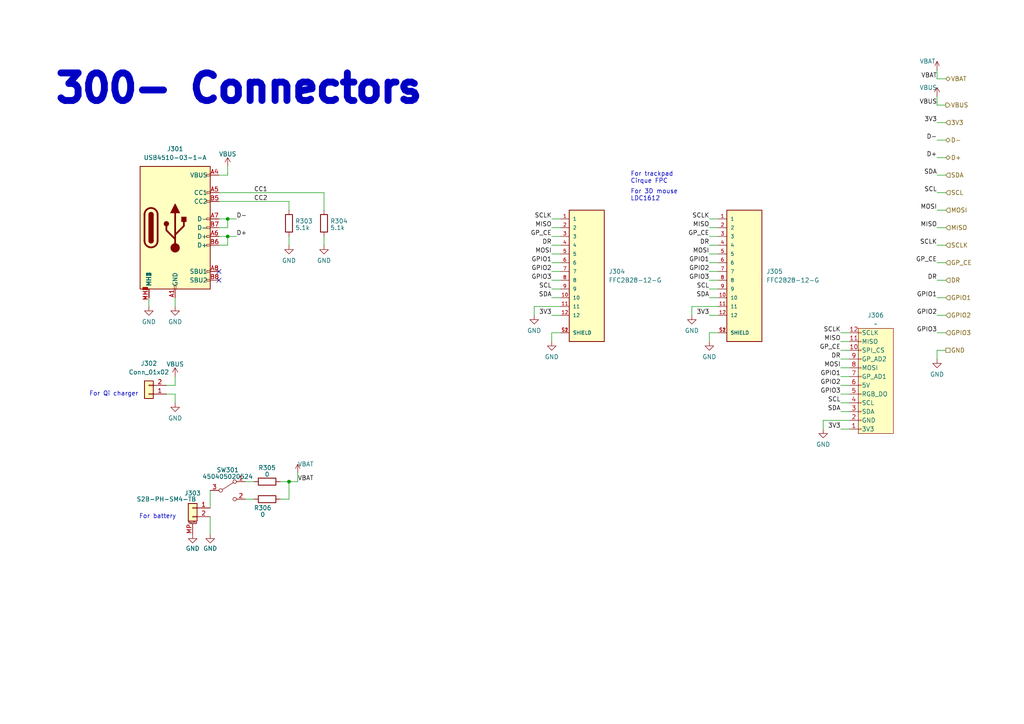
<source format=kicad_sch>
(kicad_sch (version 20231120) (generator "eeschema") (generator_version "8.0")
  (paper "A4")
  (title_block (title "PMK_Keyboard") (date "2024-02-11") (rev "HW01") (company "PumaCorp") (comment 1 "Design by: NdG"))
  (lib_symbols
    (symbol "Component lib:R" (pin_numbers hide) (pin_names (offset 0))
      (property "Reference" "R" (at 2.032 -3.81 90))
      (property "Value" "R" (at 0 -3.81 90))
      (symbol "R_0_1"
        (rectangle (start -1.016 -6.35) (end 1.016 -1.27) (stroke (width 0.254)))
      )
      (symbol "R_1_1"
        (pin passive line (at 0 0 270) (length 1.27) (name "~") (number "1"))
        (pin passive line (at 0 -7.62 90) (length 1.27) (name "~") (number "2"))
      )
    )
    (symbol "Component_lib:450405020524" (pin_names (offset 0) hide)
      (property "Reference" "SW" (at 0 4.318 0))
      (property "Value" "450405020524" (at 0 -5.08 0))
      (symbol "450405020524_0_0"
        (circle (center -2.032 0) (radius 0.508))
        (circle (center 2.032 -2.54) (radius 0.508))
      )
      (symbol "450405020524_0_1"
        (polyline (pts (xy -1.524 0.254) (xy 1.651 2.286)))
        (circle (center 2.032 2.54) (radius 0.508))
      )
      (symbol "450405020524_1_1"
        (pin passive line (at 5.08 2.54 180) (length 2.54) (name "A") (number "1"))
        (pin passive line (at 5.08 -2.54 180) (length 2.54) (name "C") (number "2"))
        (pin passive line (at -5.08 0 0) (length 2.54) (name "B") (number "3"))
      )
    )
    (symbol "Component_lib:FFC2B28-12-G" (pin_names (offset 1.016))
      (property "Reference" "J" (at -5.08 18.542 0))
      (property "Value" "FFC2B28-12-G" (at -5.08 -22.86 0))
      (symbol "FFC2B28-12-G_0_0"
        (rectangle (start -5.08 -20.32) (end 5.08 17.78) (stroke (width 0.254)) (fill (type background)))
      )
      (symbol "FFC2B28-12-G_1_0"
        (pin passive line (at -7.62 15.24 0) (length 2.54) (name "1") (number "1"))
        (pin passive line (at -7.62 -7.62 0) (length 2.54) (name "10") (number "10"))
        (pin passive line (at -7.62 -10.16 0) (length 2.54) (name "11") (number "11"))
        (pin passive line (at -7.62 -12.7 0) (length 2.54) (name "12") (number "12"))
        (pin passive line (at -7.62 12.7 0) (length 2.54) (name "2") (number "2"))
        (pin passive line (at -7.62 10.16 0) (length 2.54) (name "3") (number "3"))
        (pin passive line (at -7.62 7.62 0) (length 2.54) (name "4") (number "4"))
        (pin passive line (at -7.62 5.08 0) (length 2.54) (name "5") (number "5"))
        (pin passive line (at -7.62 2.54 0) (length 2.54) (name "6") (number "6"))
        (pin passive line (at -7.62 0 0) (length 2.54) (name "7") (number "7"))
        (pin passive line (at -7.62 -2.54 0) (length 2.54) (name "8") (number "8"))
        (pin passive line (at -7.62 -5.08 0) (length 2.54) (name "9") (number "9"))
        (pin passive line (at -7.62 -17.78 0) (length 2.54) (name "SHIELD") (number "S1"))
        (pin passive line (at -7.62 -17.78 0) (length 2.54) (name "SHIELD") (number "S2"))
      )
    )
    (symbol "Component_lib:S2B-PH-SM4-TB" (pin_names (offset 1.016) hide)
      (property "Reference" "J" (at 0 2.54 0))
      (property "Value" "S2B-PH-SM4-TB" (at 1.27 -2.54 0))
      (symbol "S2B-PH-SM4-TB_1_1"
        (polyline (pts (xy 4.064 -4.572) (xy 6.096 -4.572)) (stroke (width 0.1524)))
        (rectangle (start 3.81 -2.413) (end 5.08 -2.667) (stroke (width 0.1524)))
        (rectangle (start 3.81 0.127) (end 5.08 -0.127) (stroke (width 0.1524)))
        (rectangle (start 3.81 1.27) (end 6.35 -3.81) (stroke (width 0.254)) (fill (type background)))
        (text "Mounting" (at 5.08 -4.191 0) (effects (font (size 0.381 0.381))))
        (pin passive line (at 0 0 0) (length 3.81) (name "Pin_1") (number "1"))
        (pin passive line (at 0 -2.54 0) (length 3.81) (name "Pin_2") (number "2"))
        (pin passive line (at 5.08 -7.62 90) (length 3.048) (name "MountPin") (number "MP"))
      )
    )
    (symbol "Component_lib:USB4510-03-1-A" (pin_names (offset 0.762))
      (property "Reference" "J" (at 0 5.08 0))
      (property "Value" "USB4510-03-1-A" (at 0 2.54 0))
      (symbol "USB4510-03-1-A_0_0"
        (rectangle (start 9.906 -35.56) (end 10.414 -34.544))
        (rectangle (start 20.32 -32.766) (end 19.304 -33.274))
        (rectangle (start 20.32 -30.226) (end 19.304 -30.734))
        (rectangle (start 20.32 -22.606) (end 19.304 -23.114))
        (rectangle (start 20.32 -20.066) (end 19.304 -20.574))
        (rectangle (start 20.32 -17.526) (end 19.304 -18.034))
        (rectangle (start 20.32 -14.986) (end 19.304 -15.494))
        (rectangle (start 20.32 -9.906) (end 19.304 -10.414))
        (rectangle (start 20.32 -7.366) (end 19.304 -7.874))
        (rectangle (start 20.32 -2.286) (end 19.304 -2.794))
        (pin passive line (at 2.54 -38.1 90) (length 2.54) (name "MH1") (number "MH1"))
        (pin passive line (at 2.54 -38.1 90) (length 2.54) (name "MH2") (number "MH2"))
        (pin passive line (at 2.54 -38.1 90) (length 2.54) (name "MH3") (number "MH3"))
        (pin passive line (at 2.54 -38.1 90) (length 2.54) (name "MH4") (number "MH4"))
      )
      (symbol "USB4510-03-1-A_0_1"
        (polyline (pts (xy 1.27 -21.59) (xy 1.27 -13.97)) (stroke (width 0.508)))
        (polyline (pts (xy 5.08 -13.97) (xy 5.08 -21.59)) (stroke (width 0.508)))
        (polyline (pts (xy 10.16 -23.622) (xy 10.16 -13.462)) (stroke (width 0.508)))
        (polyline (pts (xy 10.16 -21.082) (xy 7.62 -18.542) (xy 7.62 -17.272)) (stroke (width 0.508)))
        (polyline (pts (xy 10.16 -19.812) (xy 12.7 -17.272) (xy 12.7 -16.002)) (stroke (width 0.508)))
        (polyline (pts (xy 8.89 -13.462) (xy 10.16 -10.922) (xy 11.43 -13.462) (xy 8.89 -13.462)) (stroke (width 0.254)) (fill (type outline)))
        (rectangle (start 0 0) (end 20.32 -35.56) (stroke (width 0.254)) (fill (type background)))
        (arc (start 1.27 -21.59) (mid 3.175 -23.4867) (end 5.08 -21.59) (stroke (width 0.508)))
        (arc (start 2.54 -21.59) (mid 3.175 -22.2223) (end 3.81 -21.59) (stroke (width 0.254)))
        (arc (start 2.54 -21.59) (mid 3.175 -22.2223) (end 3.81 -21.59) (stroke (width 0.254)) (fill (type outline)))
        (rectangle (start 2.54 -21.59) (end 3.81 -13.97) (stroke (width 0.254)) (fill (type outline)))
        (arc (start 3.81 -13.97) (mid 3.175 -13.3377) (end 2.54 -13.97) (stroke (width 0.254)))
        (arc (start 3.81 -13.97) (mid 3.175 -13.3377) (end 2.54 -13.97) (stroke (width 0.254)) (fill (type outline)))
        (arc (start 5.08 -13.97) (mid 3.175 -12.0733) (end 1.27 -13.97) (stroke (width 0.508)))
        (circle (center 7.62 -16.637) (radius 0.635) (stroke (width 0.254)) (fill (type outline)))
        (circle (center 10.16 -23.622) (radius 1.27) (fill (type outline)))
        (rectangle (start 12.065 -16.002) (end 13.335 -14.732) (stroke (width 0.254)) (fill (type outline)))
      )
      (symbol "USB4510-03-1-A_1_1"
        (pin passive line (at 10.16 -38.1 90) (length 2.54) (name "GND") (number "A1"))
        (pin passive line (at 10.16 -38.1 90) (length 2.54) hide (name "GND") (number "A12"))
        (pin passive line (at 22.86 -2.54 180) (length 2.54) (name "VBUS") (number "A4"))
        (pin bidirectional line (at 22.86 -7.62 180) (length 2.54) (name "CC1") (number "A5"))
        (pin bidirectional line (at 22.86 -20.32 180) (length 2.54) (name "D+") (number "A6"))
        (pin bidirectional line (at 22.86 -15.24 180) (length 2.54) (name "D-") (number "A7"))
        (pin bidirectional line (at 22.86 -30.48 180) (length 2.54) (name "SBU1") (number "A8"))
        (pin passive line (at 22.86 -2.54 180) (length 2.54) hide (name "VBUS") (number "A9"))
        (pin passive line (at 10.16 -38.1 90) (length 2.54) hide (name "GND") (number "B1"))
        (pin passive line (at 10.16 -38.1 90) (length 2.54) hide (name "GND") (number "B12"))
        (pin passive line (at 22.86 -2.54 180) (length 2.54) hide (name "VBUS") (number "B4"))
        (pin bidirectional line (at 22.86 -10.16 180) (length 2.54) (name "CC2") (number "B5"))
        (pin bidirectional line (at 22.86 -22.86 180) (length 2.54) (name "D+") (number "B6"))
        (pin bidirectional line (at 22.86 -17.78 180) (length 2.54) (name "D-") (number "B7"))
        (pin bidirectional line (at 22.86 -33.02 180) (length 2.54) (name "SBU2") (number "B8"))
        (pin passive line (at 22.86 -2.54 180) (length 2.54) hide (name "VBUS") (number "B9"))
      )
    )
    (symbol "Component_lib:VBAT" (power) (pin_numbers hide) (in_bom no) (on_board no)
      (property "Value" "VBAT" (at 0 3.81 0))
      (symbol "VBAT_0_0"
        (pin passive line (at 0 0 90) (length 2.54) hide (name "") (number ""))
      )
      (symbol "VBAT_0_1"
        (polyline (pts (xy 0 0) (xy 0 2.54) (xy 0.635 1.27) (xy 0 2.54) (xy -0.635 1.27)) (stroke (width 0.1524)))
      )
    )
    (symbol "Connector_Generic:Conn_01x02" (pin_names (offset 1.016) hide)
      (property "Reference" "J" (at 0 2.54 0))
      (property "Value" "Conn_01x02" (at 0 -5.08 0))
      (symbol "Conn_01x02_1_1"
        (rectangle (start -1.27 -2.413) (end 0 -2.667) (stroke (width 0.1524)))
        (rectangle (start -1.27 0.127) (end 0 -0.127) (stroke (width 0.1524)))
        (rectangle (start -1.27 1.27) (end 1.27 -3.81) (stroke (width 0.254)) (fill (type background)))
        (pin passive line (at -5.08 0 0) (length 3.81) (name "Pin_1") (number "1"))
        (pin passive line (at -5.08 -2.54 0) (length 3.81) (name "Pin_2") (number "2"))
      )
    )
    (symbol "GND_1" (power) (pin_names (offset 0))
      (property "Value" "GND_1" (at 0 -3.81 0))
      (symbol "GND_1_0_1"
        (polyline (pts (xy 0 0) (xy 0 -1.27) (xy 1.27 -1.27) (xy 0 -2.54) (xy -1.27 -1.27) (xy 0 -1.27)))
      )
      (symbol "GND_1_1_1"
        (pin power_in line (at 0 0 270) (length 0) hide (name "GND") (number "1"))
      )
    )
    (symbol "power:GND" (power) (pin_names (offset 0))
      (property "Value" "GND" (at 0 -3.81 0))
      (symbol "GND_0_1"
        (polyline (pts (xy 0 0) (xy 0 -1.27) (xy 1.27 -1.27) (xy 0 -2.54) (xy -1.27 -1.27) (xy 0 -1.27)))
      )
      (symbol "GND_1_1"
        (pin power_in line (at 0 0 270) (length 0) hide (name "GND") (number "1"))
      )
    )
    (symbol "power:VBUS" (power) (pin_names (offset 0))
      (property "Value" "VBUS" (at 0 3.81 0))
      (symbol "VBUS_0_1"
        (polyline (pts (xy -0.762 1.27) (xy 0 2.54)))
        (polyline (pts (xy 0 0) (xy 0 2.54)))
        (polyline (pts (xy 0 2.54) (xy 0.762 1.27)))
      )
      (symbol "VBUS_1_1"
        (pin power_in line (at 0 0 90) (length 0) hide (name "VBUS") (number "1"))
      )
    )
    (symbol "vik:vik-keyboard-connector" (pin_names (offset 1))
      (property "Reference" "J" (at 0 15.875 0))
      (symbol "vik-keyboard-connector_1_1"
        (rectangle (start -5.08 13.97) (end 5.08 -16.51) (fill (type background)))
        (rectangle (start -5.0546 -15.113) (end -4.191 -15.367) (stroke (width 0.1)))
        (rectangle (start -5.0546 -12.573) (end -4.191 -12.827) (stroke (width 0.1)))
        (rectangle (start -5.0546 -10.033) (end -4.191 -10.287) (stroke (width 0.1)))
        (rectangle (start -5.0546 -7.493) (end -4.191 -7.747) (stroke (width 0.1)))
        (rectangle (start -5.0546 -4.953) (end -4.191 -5.207) (stroke (width 0.1)))
        (rectangle (start -5.0546 -2.413) (end -4.191 -2.667) (stroke (width 0.1)))
        (rectangle (start -5.0546 0.127) (end -4.191 -0.127) (stroke (width 0.1)))
        (rectangle (start -5.0546 2.667) (end -4.191 2.413) (stroke (width 0.1)))
        (rectangle (start -5.0546 5.207) (end -4.191 4.953) (stroke (width 0.1)))
        (rectangle (start -5.0546 7.747) (end -4.191 7.493) (stroke (width 0.1)))
        (rectangle (start -5.0546 10.287) (end -4.191 10.033) (stroke (width 0.1)))
        (rectangle (start -5.0546 12.827) (end -4.191 12.573) (stroke (width 0.1)))
        (pin power_in line (at -7.62 12.7 0) (length 2.54) (name "3V3") (number "1"))
        (pin input line (at -7.62 -10.16 0) (length 2.54) (name "SPI_CS") (number "10"))
        (pin tri_state line (at -7.62 -12.7 0) (length 2.54) (name "MISO") (number "11"))
        (pin input line (at -7.62 -15.24 0) (length 2.54) (name "SCLK") (number "12"))
        (pin power_in line (at -7.62 10.16 0) (length 2.54) (name "GND") (number "2"))
        (pin bidirectional line (at -7.62 7.62 0) (length 2.54) (name "SDA") (number "3"))
        (pin bidirectional line (at -7.62 5.08 0) (length 2.54) (name "SCL") (number "4"))
        (pin input line (at -7.62 2.54 0) (length 2.54) (name "RGB_DO") (number "5"))
        (pin power_in line (at -7.62 0 0) (length 2.54) (name "5V") (number "6"))
        (pin bidirectional line (at -7.62 -2.54 0) (length 2.54) (name "GP_AD1") (number "7"))
        (pin input line (at -7.62 -5.08 0) (length 2.54) (name "MOSI") (number "8"))
        (pin bidirectional line (at -7.62 -7.62 0) (length 2.54) (name "GP_AD2") (number "9"))
      )
    )
  )
  (junction (at 66.04 68.58))
  (junction (at 83.82 139.7))
  (junction (at 66.04 63.5))
  (no_connect (at 63.5 81.28))
  (no_connect (at 63.5 78.74))
  (wire (pts (xy 83.82 139.7) (xy 86.36 139.7)))
  (wire (pts (xy 271.78 66.04) (xy 274.32 66.04)))
  (wire (pts (xy 160.02 83.82) (xy 162.56 83.82)))
  (wire (pts (xy 271.78 20.32) (xy 271.78 22.86)))
  (wire (pts (xy 81.28 139.7) (xy 83.82 139.7)))
  (wire (pts (xy 238.76 121.92) (xy 246.38 121.92)))
  (wire (pts (xy 208.28 96.52) (xy 205.74 96.52)))
  (wire (pts (xy 243.84 101.6) (xy 246.38 101.6)))
  (wire (pts (xy 271.78 81.28) (xy 274.32 81.28)))
  (wire (pts (xy 71.12 144.78) (xy 73.66 144.78)))
  (wire (pts (xy 63.5 58.42) (xy 83.82 58.42)))
  (wire (pts (xy 83.82 144.78) (xy 81.28 144.78)))
  (wire (pts (xy 66.04 63.5) (xy 63.5 63.5)))
  (wire (pts (xy 160.02 76.2) (xy 162.56 76.2)))
  (wire (pts (xy 66.04 63.5) (xy 68.58 63.5)))
  (wire (pts (xy 154.94 88.9) (xy 154.94 91.44)))
  (wire (pts (xy 205.74 63.5) (xy 208.28 63.5)))
  (wire (pts (xy 205.74 91.44) (xy 208.28 91.44)))
  (wire (pts (xy 243.84 111.76) (xy 246.38 111.76)))
  (wire (pts (xy 50.8 111.76) (xy 50.8 109.22)))
  (wire (pts (xy 71.12 139.7) (xy 73.66 139.7)))
  (wire (pts (xy 162.56 96.52) (xy 160.02 96.52)))
  (wire (pts (xy 243.84 104.14) (xy 246.38 104.14)))
  (wire (pts (xy 271.78 91.44) (xy 274.32 91.44)))
  (wire (pts (xy 243.84 119.38) (xy 246.38 119.38)))
  (wire (pts (xy 271.78 27.94) (xy 271.78 30.48)))
  (wire (pts (xy 205.74 73.66) (xy 208.28 73.66)))
  (wire (pts (xy 271.78 30.48) (xy 274.32 30.48)))
  (wire (pts (xy 271.78 76.2) (xy 274.32 76.2)))
  (wire (pts (xy 83.82 68.58) (xy 83.82 71.12)))
  (wire (pts (xy 271.78 104.14) (xy 271.78 101.6)))
  (wire (pts (xy 205.74 86.36) (xy 208.28 86.36)))
  (wire (pts (xy 243.84 109.22) (xy 246.38 109.22)))
  (wire (pts (xy 160.02 63.5) (xy 162.56 63.5)))
  (wire (pts (xy 271.78 45.72) (xy 274.32 45.72)))
  (wire (pts (xy 160.02 81.28) (xy 162.56 81.28)))
  (wire (pts (xy 160.02 68.58) (xy 162.56 68.58)))
  (wire (pts (xy 160.02 91.44) (xy 162.56 91.44)))
  (wire (pts (xy 271.78 22.86) (xy 274.32 22.86)))
  (wire (pts (xy 48.26 111.76) (xy 50.8 111.76)))
  (wire (pts (xy 93.98 55.88) (xy 93.98 60.96)))
  (wire (pts (xy 154.94 88.9) (xy 162.56 88.9)))
  (wire (pts (xy 66.04 68.58) (xy 68.58 68.58)))
  (wire (pts (xy 271.78 55.88) (xy 274.32 55.88)))
  (wire (pts (xy 243.84 116.84) (xy 246.38 116.84)))
  (wire (pts (xy 160.02 86.36) (xy 162.56 86.36)))
  (wire (pts (xy 160.02 96.52) (xy 160.02 99.06)))
  (wire (pts (xy 48.26 114.3) (xy 50.8 114.3)))
  (wire (pts (xy 86.36 137.16) (xy 86.36 139.7)))
  (wire (pts (xy 63.5 68.58) (xy 66.04 68.58)))
  (wire (pts (xy 60.96 142.24) (xy 60.96 147.32)))
  (wire (pts (xy 63.5 55.88) (xy 93.98 55.88)))
  (wire (pts (xy 66.04 71.12) (xy 63.5 71.12)))
  (wire (pts (xy 243.84 124.46) (xy 246.38 124.46)))
  (wire (pts (xy 238.76 121.92) (xy 238.76 124.46)))
  (wire (pts (xy 205.74 96.52) (xy 205.74 99.06)))
  (wire (pts (xy 271.78 101.6) (xy 274.32 101.6)))
  (wire (pts (xy 205.74 71.12) (xy 208.28 71.12)))
  (wire (pts (xy 271.78 35.56) (xy 274.32 35.56)))
  (wire (pts (xy 60.96 149.86) (xy 60.96 154.94)))
  (wire (pts (xy 43.18 86.36) (xy 43.18 88.9)))
  (wire (pts (xy 271.78 60.96) (xy 274.32 60.96)))
  (wire (pts (xy 271.78 96.52) (xy 274.32 96.52)))
  (wire (pts (xy 63.5 66.04) (xy 66.04 66.04)))
  (wire (pts (xy 160.02 73.66) (xy 162.56 73.66)))
  (wire (pts (xy 200.66 88.9) (xy 200.66 91.44)))
  (wire (pts (xy 205.74 76.2) (xy 208.28 76.2)))
  (wire (pts (xy 66.04 68.58) (xy 66.04 71.12)))
  (wire (pts (xy 271.78 86.36) (xy 274.32 86.36)))
  (wire (pts (xy 205.74 78.74) (xy 208.28 78.74)))
  (wire (pts (xy 93.98 68.58) (xy 93.98 71.12)))
  (wire (pts (xy 205.74 83.82) (xy 208.28 83.82)))
  (wire (pts (xy 66.04 66.04) (xy 66.04 63.5)))
  (wire (pts (xy 66.04 50.8) (xy 63.5 50.8)))
  (wire (pts (xy 83.82 60.96) (xy 83.82 58.42)))
  (wire (pts (xy 205.74 66.04) (xy 208.28 66.04)))
  (wire (pts (xy 160.02 66.04) (xy 162.56 66.04)))
  (wire (pts (xy 243.84 99.06) (xy 246.38 99.06)))
  (wire (pts (xy 271.78 71.12) (xy 274.32 71.12)))
  (wire (pts (xy 50.8 86.36) (xy 50.8 88.9)))
  (wire (pts (xy 243.84 96.52) (xy 246.38 96.52)))
  (wire (pts (xy 160.02 71.12) (xy 162.56 71.12)))
  (wire (pts (xy 271.78 40.64) (xy 274.32 40.64)))
  (wire (pts (xy 205.74 81.28) (xy 208.28 81.28)))
  (wire (pts (xy 50.8 114.3) (xy 50.8 116.84)))
  (wire (pts (xy 243.84 114.3) (xy 246.38 114.3)))
  (wire (pts (xy 66.04 48.26) (xy 66.04 50.8)))
  (wire (pts (xy 200.66 88.9) (xy 208.28 88.9)))
  (wire (pts (xy 243.84 106.68) (xy 246.38 106.68)))
  (wire (pts (xy 160.02 78.74) (xy 162.56 78.74)))
  (wire (pts (xy 271.78 50.8) (xy 274.32 50.8)))
  (wire (pts (xy 205.74 68.58) (xy 208.28 68.58)))
  (wire (pts (xy 83.82 139.7) (xy 83.82 144.78)))
  (text "300- Connectors" (at 15.24 30.48 0) (effects (font (size 8 8) (thickness 3) (bold yes)) (justify left bottom)))
  (text "For battery" (at 45.72 149.86 0) (effects (font (size 1.27 1.27))))
  (text "For trackpad\nCirque FPC" (at 182.88 53.34 0) (effects (font (size 1.27 1.27)) (justify left bottom)))
  (text "For Qi charger" (at 33.02 114.3 0) (effects (font (size 1.27 1.27))))
  (text "For 3D mouse\nLDC1612" (at 182.88 58.42 0) (effects (font (size 1.27 1.27)) (justify left bottom)))
  (label "DR" (at 271.78 81.28 180))
  (label "SDA" (at 271.78 50.8 180))
  (label "VBAT" (at 271.78 22.86 180))
  (label "SDA" (at 205.74 86.36 180))
  (label "VBAT" (at 86.36 139.7 0))
  (label "GPIO3" (at 160.02 81.28 180))
  (label "GPIO3" (at 243.84 114.3 180))
  (label "D-" (at 68.58 63.5 0))
  (label "GPIO2" (at 271.78 91.44 180))
  (label "VBUS" (at 271.78 30.48 180))
  (label "GPIO3" (at 271.78 96.52 180))
  (label "D+" (at 68.58 68.58 0))
  (label "MOSI" (at 271.78 60.96 180))
  (label "GP_CE" (at 243.84 101.6 180))
  (label "3V3" (at 160.02 91.44 180))
  (label "GPIO2" (at 243.84 111.76 180))
  (label "SCL" (at 160.02 83.82 180))
  (label "SCLK" (at 205.74 63.5 180))
  (label "CC2" (at 73.66 58.42 0))
  (label "MISO" (at 243.84 99.06 180))
  (label "GPIO1" (at 271.78 86.36 180))
  (label "MOSI" (at 160.02 73.66 180))
  (label "MOSI" (at 243.84 106.68 180))
  (label "SCLK" (at 243.84 96.52 180))
  (label "MISO" (at 205.74 66.04 180))
  (label "DR" (at 243.84 104.14 180))
  (label "GP_CE" (at 205.74 68.58 180))
  (label "DR" (at 205.74 71.12 180))
  (label "SCLK" (at 271.78 71.12 180))
  (label "SDA" (at 160.02 86.36 180))
  (label "GP_CE" (at 271.78 76.2 180))
  (label "GPIO3" (at 205.74 81.28 180))
  (label "GP_CE" (at 160.02 68.58 180))
  (label "D+" (at 271.78 45.72 180))
  (label "SCLK" (at 160.02 63.5 180))
  (label "3V3" (at 243.84 124.46 180))
  (label "SCL" (at 243.84 116.84 180))
  (label "MOSI" (at 205.74 73.66 180))
  (label "D-" (at 271.78 40.64 180))
  (label "GPIO1" (at 205.74 76.2 180))
  (label "MISO" (at 271.78 66.04 180))
  (label "SCL" (at 271.78 55.88 180))
  (label "DR" (at 160.02 71.12 180))
  (label "3V3" (at 271.78 35.56 180))
  (label "CC1" (at 73.66 55.88 0))
  (label "MISO" (at 160.02 66.04 180))
  (label "SCL" (at 205.74 83.82 180))
  (label "GPIO2" (at 160.02 78.74 180))
  (label "GPIO2" (at 205.74 78.74 180))
  (label "GPIO1" (at 160.02 76.2 180))
  (label "GPIO1" (at 243.84 109.22 180))
  (label "3V3" (at 205.74 91.44 180))
  (label "SDA" (at 243.84 119.38 180))
  (hierarchical_label "D-" (shape bidirectional) (at 274.32 40.64 0))
  (hierarchical_label "3V3" (shape input) (at 274.32 35.56 0))
  (hierarchical_label "MISO" (shape input) (at 274.32 66.04 0))
  (hierarchical_label "GPIO2" (shape input) (at 274.32 91.44 0))
  (hierarchical_label "GND" (shape passive) (at 274.32 101.6 0))
  (hierarchical_label "SCL" (shape input) (at 274.32 55.88 0))
  (hierarchical_label "GP_CE" (shape input) (at 274.32 76.2 0))
  (hierarchical_label "SCLK" (shape input) (at 274.32 71.12 0))
  (hierarchical_label "GPIO3" (shape input) (at 274.32 96.52 0))
  (hierarchical_label "VBUS" (shape output) (at 274.32 30.48 0))
  (hierarchical_label "GPIO1" (shape input) (at 274.32 86.36 0))
  (hierarchical_label "MOSI" (shape input) (at 274.32 60.96 0))
  (hierarchical_label "D+" (shape bidirectional) (at 274.32 45.72 0))
  (hierarchical_label "VBAT" (shape bidirectional) (at 274.32 22.86 0))
  (hierarchical_label "SDA" (shape input) (at 274.32 50.8 0))
  (hierarchical_label "DR" (shape input) (at 274.32 81.28 0))
  (symbol (lib_id "power:GND") (at 160.02 99.06 0) (unit 1)
    (property "Reference" "#PWR0207" (effects (hide yes)))
    (property "Value" "GND" (at 160.02 103.5034 0))
  )
  (symbol (lib_id "Component lib:R") (at 83.82 60.96 0) (unit 1)
    (property "Reference" "R303" (at 85.598 64.1263 0) (effects (justify left)))
    (property "Value" "5.1k" (at 85.598 66.0473 0) (effects (justify left)))
    (property "Footprint" "Resistor_SMD:R_0402_1005Metric" (effects (hide yes)))
  )
  (symbol (lib_id "power:GND") (at 43.18 88.9 0) (unit 1)
    (property "Reference" "#PWR0321" (effects (hide yes)))
    (property "Value" "GND" (at 43.18 93.3434 0))
  )
  (symbol (lib_id "Connector_Generic:Conn_01x02") (at 43.18 114.3 180) (unit 1)
    (property "Reference" "J302" (at 43.18 105.41 0))
    (property "Value" "Conn_01x02" (at 43.18 107.95 0))
    (property "Footprint" "Connector_PinHeader_2.54mm:PinHeader_1x02_P2.54mm_Vertical" (effects (hide yes)))
    (property "Description" "Generic connector, single row, 01x02, script generated (kicad-library-utils/schlib/autogen/connector/)" (effects (hide yes)))
  )
  (symbol (lib_id "Component_lib:FFC2B28-12-G") (at 215.9 78.74 0) (unit 1)
    (property "Reference" "J305" (at 222.25 78.7399 0) (effects (justify left)))
    (property "Value" "FFC2B28-12-G" (at 222.25 81.2799 0) (effects (justify left)))
    (property "Footprint" "Component_lib:GCT_FFC2B28-12-G" (effects (hide yes)))
    (property "DigiKey_Part_Number" "2073-FFC2B28-12-GTR-ND" (effects (hide yes)))
    (property "MF" "Global Connector Technology" (effects (hide yes)))
    (property "MAXIMUM_PACKAGE_HEIGHT" "1.75mm" (effects (hide yes)))
    (property "Package" "None" (effects (hide yes)))
    (property "Check_prices" "https://www.snapeda.com/parts/FFC2B28-12-G/Global+Connector+Technology/view-part/?ref=eda" (effects (hide yes)))
    (property "STANDARD" "Manufacturer Recommendations" (effects (hide yes)))
    (property "PARTREV" "A" (effects (hide yes)))
    (property "SnapEDA_Link" "https://www.snapeda.com/parts/FFC2B28-12-G/Global+Connector+Technology/view-part/?ref=snap" (effects (hide yes)))
    (property "MP" "FFC2B28-12-G" (effects (hide yes)))
    (property "Purchase-URL" "https://www.snapeda.com/api/url_track_click_mouser/?unipart_id=4223061&manufacturer=Global Connector Technology&part_name=FFC2B28-12-G&search_term=ffc2b28-12-g" (effects (hide yes)))
    (property "Description_1" "\n12 Position FFC, FPC Connector Contacts, Top and Bottom 0.020 (0.50mm) Surface Mount, Right Angle\n" (effects (hide yes)))
    (property "MANUFACTURER" "GCT" (effects (hide yes)))
  )
  (symbol (lib_id "Component_lib:450405020524") (at 66.04 142.24 0) (unit 1)
    (property "Reference" "SW301" (at 66.04 136.3091 0))
    (property "Value" "450405020524" (at 66.04 138.2301 0))
    (property "Footprint" "Component_lib:450405020524_DUALSIDE" (effects (hide yes)))
    (property "Datasheet" "https://www.mouser.ch/ProductDetail/710-450405020524" (effects (hide yes)))
  )
  (symbol (lib_id "power:GND") (at 83.82 71.12 0) (unit 1)
    (property "Reference" "#PWR0318" (effects (hide yes)))
    (property "Value" "GND" (at 83.82 75.5634 0))
  )
  (symbol (lib_id "vik:vik-keyboard-connector") (at 254 111.76 0) (mirror x) (unit 1)
    (property "Reference" "J306" (at 253.9877 91.44 0))
    (property "Value" "~" (at 253.9877 93.98 0))
    (property "Footprint" "vik:vik-keyboard-connector-horizontal" (effects (hide yes)))
  )
  (symbol (lib_id "power:GND") (at 238.76 124.46 0) (unit 1)
    (property "Reference" "#PWR0224" (effects (hide yes)))
    (property "Value" "GND" (at 238.76 128.9034 0))
  )
  (symbol (lib_id "Component_lib:S2B-PH-SM4-TB") (at 60.96 147.32 0) (mirror y) (unit 1)
    (property "Reference" "J303" (at 55.88 143.0401 0))
    (property "Value" "S2B-PH-SM4-TB" (at 48.26 144.78 0))
    (property "Footprint" "Component_lib:JST_PH_S2B-PH-SM4-TB_1x02-1MP_P2.00mm_Horizontal_DUALSIDE" (effects (hide yes)))
    (property "Datasheet" "https://www.digikey.ch/de/products/detail/jst-sales-america-inc./S2B-PH-SM4-TB/926846?utm_adgroup=General&utm_source=google&utm_medium=cpc&utm_campaign=Shopping_Product_All%20%28Catch-up%29&utm_term=&productid=926846&utm_content=General&utm_id=go_cmp-17998691427_adg-142975836667_ad-615797033692_pla-293946777986_dev-c_ext-_prd-926846_sig-CjwKCAiA_aGuBhACEiwAly57MUivoDja23i39S08pqlBL_hz8j8Q1-EzZKUcIjgt6XCmc5HoJvPWRxoCrIMQAvD_BwE&gad_source=1&gclid=CjwKCAiA_aGuBhACEiwAly57MUivoDja23i39S08pqlBL_hz8j8Q1-EzZKUcIjgt6XCmc5HoJvPWRxoCrIMQAvD_BwE" (effects (hide yes)))
  )
  (symbol (lib_id "Component_lib:VBAT") (at 271.78 20.32 0) (unit 1) (in_bom no) (on_board no)
    (property "Reference" "#VBAT0301" (effects (hide yes)))
    (property "Value" "VBAT" (at 266.7 17.78 0) (effects (justify left)))
  )
  (symbol (lib_id "power:VBUS") (at 271.78 27.94 0) (unit 1)
    (property "Reference" "#PWR0316" (effects (hide yes)))
    (property "Value" "VBUS" (at 269.24 25.4 0))
  )
  (symbol (lib_id "power:GND") (at 154.94 91.44 0) (unit 1)
    (property "Reference" "#PWR0320" (effects (hide yes)))
    (property "Value" "GND" (at 154.94 95.8834 0))
  )
  (symbol (lib_id "power:GND") (at 50.8 88.9 0) (unit 1)
    (property "Reference" "#PWR0322" (effects (hide yes)))
    (property "Value" "GND" (at 50.8 93.3434 0))
  )
  (symbol (lib_id "Component lib:R") (at 73.66 139.7 90) (unit 1)
    (property "Reference" "R305" (at 77.47 135.6741 90))
    (property "Value" "0" (at 77.47 137.5951 90))
    (property "Footprint" "Resistor_SMD:R_0402_1005Metric" (effects (hide yes)))
  )
  (symbol (lib_id "Component lib:R") (at 73.66 144.78 90) (unit 1)
    (property "Reference" "R306" (at 76.2 147.32 90))
    (property "Value" "0" (at 76.2 149.241 90))
    (property "Footprint" "Resistor_SMD:R_0402_1005Metric" (effects (hide yes)))
  )
  (symbol (lib_id "power:GND") (at 93.98 71.12 0) (unit 1)
    (property "Reference" "#PWR0319" (effects (hide yes)))
    (property "Value" "GND" (at 93.98 75.5634 0))
  )
  (symbol (lib_id "Component lib:R") (at 93.98 60.96 0) (unit 1)
    (property "Reference" "R304" (at 95.758 64.1263 0) (effects (justify left)))
    (property "Value" "5.1k" (at 95.758 66.0473 0) (effects (justify left)))
    (property "Footprint" "Resistor_SMD:R_0402_1005Metric" (effects (hide yes)))
  )
  (symbol (lib_id "Component_lib:USB4510-03-1-A") (at 40.64 48.26 0) (unit 1)
    (property "Reference" "J301" (at 50.8 43.18 0))
    (property "Value" "USB4510-03-1-A" (at 50.8 45.72 0))
    (property "Footprint" "Component_lib:USB4510031A" (effects (hide yes)))
    (property "Datasheet" "https://gct.co/files/drawings/usb4510.pdf" (effects (hide yes)))
    (property "Description" "USB Connectors USB C Rec 16P 3u\" Mid Mnt 1.6mm O-set SMT L = 6.5mm S-Spring" (effects (hide yes)))
    (property "Height" "3.36" (effects (hide yes)))
    (property "Mouser Part Number" "640-USB4510031A" (effects (hide yes)))
    (property "Mouser Price/Stock" "https://www.mouser.co.uk/ProductDetail/GCT/USB4510-03-1-A?qs=7D1LtPJG0i3iod3O3OZ7LA%3D%3D" (effects (hide yes)))
    (property "Manufacturer_Name" "GCT (GLOBAL CONNECTOR TECHNOLOGY)" (effects (hide yes)))
    (property "Manufacturer_Part_Number" "USB4510-03-1-A" (effects (hide yes)))
  )
  (symbol (lib_id "power:VBUS") (at 50.8 109.22 0) (unit 1)
    (property "Reference" "#PWR0212" (effects (hide yes)))
    (property "Value" "VBUS" (at 50.8 105.6442 0))
  )
  (symbol (lib_id "power:GND") (at 271.78 104.14 0) (unit 1)
    (property "Reference" "#PWR0323" (effects (hide yes)))
    (property "Value" "GND" (at 271.78 108.5834 0))
  )
  (symbol (lib_id "power:VBUS") (at 66.04 48.26 0) (unit 1)
    (property "Reference" "#PWR0317" (effects (hide yes)))
    (property "Value" "VBUS" (at 66.04 44.6842 0))
  )
  (symbol (lib_id "Component_lib:FFC2B28-12-G") (at 170.18 78.74 0) (unit 1)
    (property "Reference" "J304" (at 176.53 78.7399 0) (effects (justify left)))
    (property "Value" "FFC2B28-12-G" (at 176.53 81.2799 0) (effects (justify left)))
    (property "Footprint" "Component_lib:GCT_FFC2B28-12-G" (effects (hide yes)))
    (property "DigiKey_Part_Number" "2073-FFC2B28-12-GTR-ND" (effects (hide yes)))
    (property "MF" "Global Connector Technology" (effects (hide yes)))
    (property "MAXIMUM_PACKAGE_HEIGHT" "1.75mm" (effects (hide yes)))
    (property "Package" "None" (effects (hide yes)))
    (property "Check_prices" "https://www.snapeda.com/parts/FFC2B28-12-G/Global+Connector+Technology/view-part/?ref=eda" (effects (hide yes)))
    (property "STANDARD" "Manufacturer Recommendations" (effects (hide yes)))
    (property "PARTREV" "A" (effects (hide yes)))
    (property "SnapEDA_Link" "https://www.snapeda.com/parts/FFC2B28-12-G/Global+Connector+Technology/view-part/?ref=snap" (effects (hide yes)))
    (property "MP" "FFC2B28-12-G" (effects (hide yes)))
    (property "Purchase-URL" "https://www.snapeda.com/api/url_track_click_mouser/?unipart_id=4223061&manufacturer=Global Connector Technology&part_name=FFC2B28-12-G&search_term=ffc2b28-12-g" (effects (hide yes)))
    (property "Description_1" "\n12 Position FFC, FPC Connector Contacts, Top and Bottom 0.020 (0.50mm) Surface Mount, Right Angle\n" (effects (hide yes)))
    (property "MANUFACTURER" "GCT" (effects (hide yes)))
  )
  (symbol (lib_id "power:GND") (at 200.66 91.44 0) (unit 1)
    (property "Reference" "#PWR0208" (effects (hide yes)))
    (property "Value" "GND" (at 200.66 95.8834 0))
  )
  (symbol (lib_id "power:GND") (at 50.8 116.84 0) (unit 1)
    (property "Reference" "#PWR0211" (effects (hide yes)))
    (property "Value" "GND" (at 50.8 121.2834 0))
  )
  (symbol (lib_id "power:GND") (at 205.74 99.06 0) (unit 1)
    (property "Reference" "#PWR0223" (effects (hide yes)))
    (property "Value" "GND" (at 205.74 103.5034 0))
  )
  (symbol (lib_name "GND_1") (lib_id "power:GND") (at 55.88 154.94 0) (unit 1)
    (property "Reference" "#PWR0326" (effects (hide yes)))
    (property "Value" "GND" (at 55.88 159.0755 0))
  )
  (symbol (lib_id "Component_lib:VBAT") (at 86.36 137.16 0) (unit 1) (in_bom no) (on_board no)
    (property "Reference" "#VBAT0302" (effects (hide yes)))
    (property "Value" "VBAT" (at 86.36 134.62 0) (effects (justify left)))
  )
  (symbol (lib_name "GND_1") (lib_id "power:GND") (at 60.96 154.94 0) (unit 1)
    (property "Reference" "#PWR0327" (effects (hide yes)))
    (property "Value" "GND" (at 60.96 159.0755 0))
  )
)
</source>
